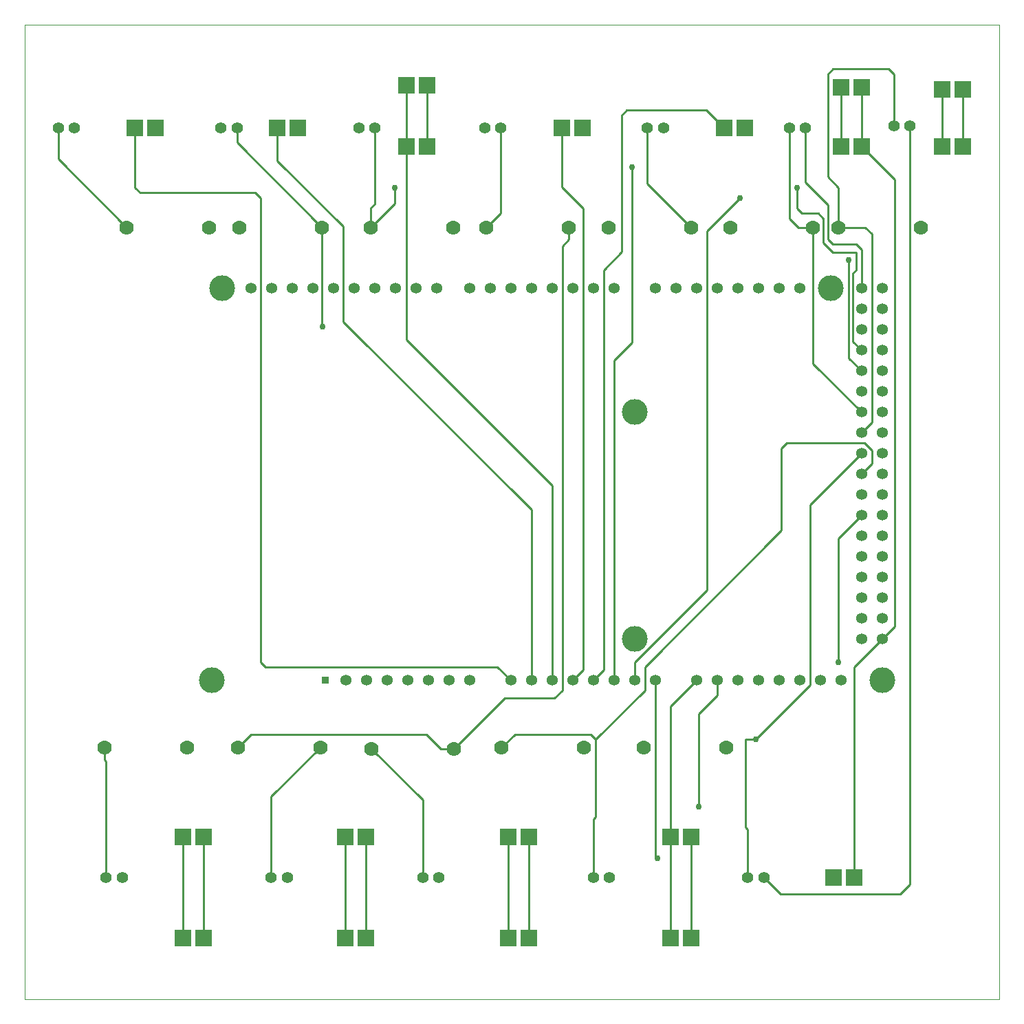
<source format=gbr>
G04 PROTEUS GERBER X2 FILE*
%TF.GenerationSoftware,Labcenter,Proteus,8.16-SP3-Build36097*%
%TF.CreationDate,2024-06-22T10:21:33+00:00*%
%TF.FileFunction,Copper,L2,Bot*%
%TF.FilePolarity,Positive*%
%TF.Part,Single*%
%TF.SameCoordinates,{24a379d5-4027-43cf-b872-4d17f73d1947}*%
%FSLAX45Y45*%
%MOMM*%
G01*
%TA.AperFunction,Conductor*%
%ADD10C,0.254000*%
%TA.AperFunction,ViaPad*%
%ADD11C,0.762000*%
%TA.AperFunction,ComponentPad*%
%ADD12C,1.360000*%
%ADD13C,3.175000*%
%ADD14R,0.961660X0.961660*%
%TA.AperFunction,ComponentPad*%
%ADD15R,2.032000X2.032000*%
%TA.AperFunction,WasherPad*%
%ADD16C,1.397000*%
%TA.AperFunction,ComponentPad*%
%ADD17C,1.778000*%
%TA.AperFunction,Profile*%
%ADD18C,0.101600*%
%TD.AperFunction*%
D10*
X+4700000Y+4750000D02*
X+4700000Y-4583000D01*
X+4576000Y-4707000D01*
X+3105000Y-4707000D01*
X+2898000Y-4500000D01*
X+3412000Y+4727000D02*
X+3412000Y+4056000D01*
X+3687000Y+3781000D01*
X+3687000Y+3357500D01*
X+3750500Y+3294000D01*
X+4036500Y+3294000D01*
X+4100000Y+3230500D01*
X+4100000Y+2750000D01*
X-4946000Y+3500000D02*
X-5788000Y+4342000D01*
X-5788000Y+4727000D01*
X-2542000Y+3500000D02*
X-3588000Y+4546000D01*
X-3588000Y+4727000D01*
X-2542000Y+3500000D02*
X-2542000Y+2284000D01*
X-2536000Y+2278000D01*
X-1946000Y+3500000D02*
X-1647000Y+3799000D01*
X-1647000Y+3992500D01*
X+3306000Y+3992500D02*
X+3306000Y+3738500D01*
X+3369500Y+3675000D01*
X+3568100Y+3675000D01*
X+3631600Y+3611500D01*
X+3631600Y+3312368D01*
X+3750500Y+3193468D01*
X+4033200Y+3193468D01*
X+4033200Y+2976500D01*
X+3992850Y+2936150D01*
X+3992850Y+2095150D01*
X+4100000Y+1988000D01*
X-1946000Y+3500000D02*
X-1946000Y+3738500D01*
X-1888000Y+3796500D01*
X-1888000Y+4727000D01*
X-516000Y+3500000D02*
X-338000Y+3678000D01*
X-338000Y+4727000D01*
X+3941000Y+3103500D02*
X+3941000Y+1893000D01*
X+4100000Y+1734000D01*
X+2000000Y+3500000D02*
X+1462000Y+4038000D01*
X+1462000Y+4727000D01*
X+3500000Y+3500000D02*
X+3500000Y+1826000D01*
X+4100000Y+1226000D01*
X+3500000Y+3500000D02*
X+3323500Y+3500000D01*
X+3212000Y+3611500D01*
X+3212000Y+4727000D01*
X+3817000Y+3500000D02*
X+3817000Y+3992500D01*
X+3687000Y+4122500D01*
X+3687000Y+5389500D01*
X+3750500Y+5453000D01*
X+4436500Y+5453000D01*
X+4500000Y+5389500D01*
X+4500000Y+4750000D01*
X+3817000Y+3500000D02*
X+4148000Y+3500000D01*
X+4227000Y+3421000D01*
X+4227000Y+1099000D01*
X+4100000Y+972000D01*
X+2671000Y-2802000D02*
X+2798000Y-2802000D01*
X+3465000Y-2135000D01*
X+3465000Y+83000D01*
X+4100000Y+718000D01*
X+2671000Y-2802000D02*
X+2671000Y-3881500D01*
X+2698000Y-3908500D01*
X+2698000Y-4500000D01*
X+829500Y-2802000D02*
X+1433000Y-2198500D01*
X+1433000Y-1913000D01*
X+3115500Y-230500D01*
X+3115500Y+781500D01*
X+3179000Y+845000D01*
X+4136000Y+845000D01*
X+4227000Y+754000D01*
X+4227000Y+591000D01*
X+4100000Y+464000D01*
X+829500Y-2802000D02*
X+829500Y-3754500D01*
X+800000Y-3784000D01*
X+800000Y-4500000D01*
X+829500Y-2802000D02*
X+766000Y-2738500D01*
X-167500Y-2738500D01*
X-329000Y-2900000D01*
X-1932000Y-2916000D02*
X-1302000Y-3546000D01*
X-1302000Y-4500000D01*
X-2560000Y-2900000D02*
X-3167000Y-3507000D01*
X-3167000Y-4500000D01*
X+3814000Y-1849500D02*
X+3814000Y-330000D01*
X+4100000Y-44000D01*
X-5216000Y-2900000D02*
X-5216000Y-3056000D01*
X-5200000Y-3072000D01*
X-5200000Y-4500000D01*
X-4842000Y+4727000D02*
X-4842000Y+3992500D01*
X-4778500Y+3929000D01*
X-3361500Y+3929000D01*
X-3298000Y+3865500D01*
X-3298000Y-1849500D01*
X-3234500Y-1913000D01*
X-381000Y-1913000D01*
X-218000Y-2076000D01*
X+36000Y-2076000D02*
X+36000Y+23500D01*
X-2282000Y+2341500D01*
X-2282000Y+3513547D01*
X-3092000Y+4323547D01*
X-3092000Y+4727000D01*
X-2254000Y-4000000D02*
X-2254000Y-5250000D01*
X-4250000Y-4000000D02*
X-4250000Y-5250000D01*
X-1504000Y+4500000D02*
X-1504000Y+2120173D01*
X+290000Y+326173D01*
X+290000Y-2076000D01*
X-1504000Y+4500000D02*
X-1504000Y+5250000D01*
X+408000Y+4727000D02*
X+408000Y+4001500D01*
X+671000Y+3738500D01*
X+671000Y-1949000D01*
X+544000Y-2076000D01*
X+2408000Y+4727000D02*
X+2190000Y+4945000D01*
X+1210500Y+4945000D01*
X+1147000Y+4881500D01*
X+1147000Y+3198500D01*
X+925000Y+2976500D01*
X+925000Y-1949000D01*
X+798000Y-2076000D01*
X+1274000Y+4246500D02*
X+1274000Y+2087500D01*
X+1052000Y+1865500D01*
X+1052000Y-2076000D01*
X+3846000Y+4500000D02*
X+3846000Y+5227000D01*
X+2607500Y+3865500D02*
X+2195000Y+3453000D01*
X+2195000Y-960500D01*
X+1306000Y-1849500D01*
X+1306000Y-2076000D01*
X+5096000Y+4500000D02*
X+5096000Y+5200000D01*
X+1591500Y-4262500D02*
X+1560000Y-4231000D01*
X+1560000Y-2076000D01*
X+1750000Y-4000000D02*
X+1750000Y-2394000D01*
X+2068000Y-2076000D01*
X+1750000Y-4000000D02*
X+1750000Y-5250000D01*
X-250000Y-4000000D02*
X-250000Y-5250000D01*
X+500000Y+3500000D02*
X+500000Y+3357500D01*
X+417000Y+3274500D01*
X+417000Y-2198500D01*
X+321500Y-2294000D01*
X-294000Y-2294000D01*
X-916000Y-2916000D01*
X-1075500Y-2916000D01*
X-1253000Y-2738500D01*
X-3414500Y-2738500D01*
X-3576000Y-2900000D01*
X+4354000Y-1568000D02*
X+4512500Y-1409500D01*
X+4512500Y+4087500D01*
X+4100000Y+4500000D01*
X+4354000Y-1568000D02*
X+4008000Y-1914000D01*
X+4008000Y-4500000D01*
X+2004000Y-5250000D02*
X+2004000Y-4000000D01*
X-2000000Y-5250000D02*
X-2000000Y-4000000D01*
X-3996000Y-5250000D02*
X-3996000Y-4000000D01*
X+4000Y-4000000D02*
X+4000Y-5250000D01*
X-1250000Y+4500000D02*
X-1250000Y+5250000D01*
X+4100000Y+5227000D02*
X+4100000Y+4500000D01*
X+5350000Y+5200000D02*
X+5350000Y+4500000D01*
X+2099500Y-3627500D02*
X+2099500Y-2484500D01*
X+2322000Y-2262000D01*
X+2322000Y-2076000D01*
D11*
X-2536000Y+2278000D03*
X-1647000Y+3992500D03*
X+3306000Y+3992500D03*
X+3941000Y+3103500D03*
X+2798000Y-2802000D03*
X+3814000Y-1849500D03*
X+1274000Y+4246500D03*
X+2607500Y+3865500D03*
X+1591500Y-4262500D03*
X+2099500Y-3627500D03*
D12*
X+1052000Y+2750000D03*
X+798000Y+2750000D03*
X+544000Y+2750000D03*
X+290000Y+2750000D03*
X-1742000Y-2076000D03*
X+36000Y+2750000D03*
X-218000Y+2750000D03*
X-1488000Y-2076000D03*
X+4100000Y+2750000D03*
X+4354000Y+2750000D03*
X-472000Y+2750000D03*
X-726000Y+2750000D03*
X-1132400Y+2750000D03*
X-1386400Y+2750000D03*
X-1640400Y+2750000D03*
X-1894400Y+2750000D03*
X-2148400Y+2750000D03*
X-2402400Y+2750000D03*
X+1560000Y+2750000D03*
X+1814000Y+2750000D03*
X+2068000Y+2750000D03*
X+2322000Y+2750000D03*
X+2576000Y+2750000D03*
X+2830000Y+2750000D03*
X+3084000Y+2750000D03*
X+3338000Y+2750000D03*
X+4100000Y+2496000D03*
X+4354000Y+2496000D03*
X+4100000Y+2242000D03*
X+4354000Y+2242000D03*
X+4100000Y+1988000D03*
X+4354000Y+1988000D03*
X+4100000Y+1734000D03*
X+4354000Y+1734000D03*
X+4100000Y+1480000D03*
X+4354000Y+1480000D03*
X+4100000Y+1226000D03*
X+4354000Y+1226000D03*
X+4100000Y+972000D03*
X+4354000Y+972000D03*
X+4100000Y+718000D03*
X+4354000Y+718000D03*
X+4100000Y+464000D03*
X+4354000Y+464000D03*
X+4100000Y+210000D03*
X+4354000Y+210000D03*
X+4100000Y-44000D03*
X+4354000Y-44000D03*
X+4100000Y-298000D03*
X+4354000Y-298000D03*
X+4100000Y-552000D03*
X+4354000Y-552000D03*
X+4100000Y-806000D03*
X+4354000Y-806000D03*
X+4100000Y-1060000D03*
X+4354000Y-1060000D03*
X+4100000Y-1314000D03*
X+4354000Y-1314000D03*
X-218000Y-2076000D03*
X+36000Y-2076000D03*
X+290000Y-2076000D03*
X+544000Y-2076000D03*
X+798000Y-2076000D03*
X+1052000Y-2076000D03*
X+1306000Y-2076000D03*
X+1560000Y-2076000D03*
X+2068000Y-2076000D03*
X+2322000Y-2076000D03*
X+2576000Y-2076000D03*
X+2830000Y-2076000D03*
X+3084000Y-2076000D03*
X+3338000Y-2076000D03*
X+3592000Y-2076000D03*
X+3846000Y-2076000D03*
X-2910400Y+2750000D03*
D13*
X-3901000Y-2076000D03*
X+1306000Y-1568000D03*
X+1306000Y+1226000D03*
X-3774000Y+2750000D03*
X+4354000Y-2076000D03*
X+3719000Y+2750000D03*
D12*
X-1234000Y-2076000D03*
X-980000Y-2076000D03*
X-2656400Y+2750000D03*
X+4100000Y-1568000D03*
X+4354000Y-1568000D03*
X-2250000Y-2076000D03*
D14*
X-2504000Y-2076000D03*
D12*
X-1996000Y-2076000D03*
X-3418400Y+2750000D03*
X-3164400Y+2750000D03*
X-726000Y-2076000D03*
D15*
X-4842000Y+4727000D03*
X-4588000Y+4727000D03*
X-3092000Y+4727000D03*
X-2838000Y+4727000D03*
X-1504000Y+5250000D03*
X-1250000Y+5250000D03*
X-1504000Y+4500000D03*
X-1250000Y+4500000D03*
X+408000Y+4727000D03*
X+662000Y+4727000D03*
X+2408000Y+4727000D03*
X+2662000Y+4727000D03*
X+3846000Y+5227000D03*
X+4100000Y+5227000D03*
X+3846000Y+4500000D03*
X+4100000Y+4500000D03*
X+5096000Y+4500000D03*
X+5350000Y+4500000D03*
X+5096000Y+5200000D03*
X+5350000Y+5200000D03*
X+3754000Y-4500000D03*
X+4008000Y-4500000D03*
X+1750000Y-5250000D03*
X+2004000Y-5250000D03*
X+1750000Y-4000000D03*
X+2004000Y-4000000D03*
X-250000Y-4000000D03*
X+4000Y-4000000D03*
X-250000Y-5250000D03*
X+4000Y-5250000D03*
X-2254000Y-5250000D03*
X-2000000Y-5250000D03*
X-2254000Y-4000000D03*
X-2000000Y-4000000D03*
X-4250000Y-4000000D03*
X-3996000Y-4000000D03*
X-4250000Y-5250000D03*
X-3996000Y-5250000D03*
D16*
X-5788000Y+4727000D03*
X-5588000Y+4727000D03*
X-3588000Y+4727000D03*
X-3788000Y+4727000D03*
X-1888000Y+4727000D03*
X-2088000Y+4727000D03*
X-338000Y+4727000D03*
X-538000Y+4727000D03*
X+1462000Y+4727000D03*
X+1662000Y+4727000D03*
X+3212000Y+4727000D03*
X+3412000Y+4727000D03*
X+4500000Y+4750000D03*
X+4700000Y+4750000D03*
X+2698000Y-4500000D03*
X+2898000Y-4500000D03*
X+800000Y-4500000D03*
X+1000000Y-4500000D03*
X-1302000Y-4500000D03*
X-1102000Y-4500000D03*
X-3167000Y-4500000D03*
X-2967000Y-4500000D03*
X-5200000Y-4500000D03*
X-5000000Y-4500000D03*
D17*
X-4946000Y+3500000D03*
X-3930000Y+3500000D03*
X-2542000Y+3500000D03*
X-3558000Y+3500000D03*
X-1946000Y+3500000D03*
X-930000Y+3500000D03*
X-516000Y+3500000D03*
X+500000Y+3500000D03*
X+2000000Y+3500000D03*
X+984000Y+3500000D03*
X+3500000Y+3500000D03*
X+2484000Y+3500000D03*
X+3817000Y+3500000D03*
X+4833000Y+3500000D03*
X+1421000Y-2900000D03*
X+2437000Y-2900000D03*
X-329000Y-2900000D03*
X+687000Y-2900000D03*
X-1932000Y-2916000D03*
X-916000Y-2916000D03*
X-2560000Y-2900000D03*
X-3576000Y-2900000D03*
X-5216000Y-2900000D03*
X-4200000Y-2900000D03*
D18*
X-6200000Y-6000000D02*
X+5800000Y-6000000D01*
X+5800000Y+6000000D01*
X-6200000Y+6000000D01*
X-6200000Y-6000000D01*
M02*

</source>
